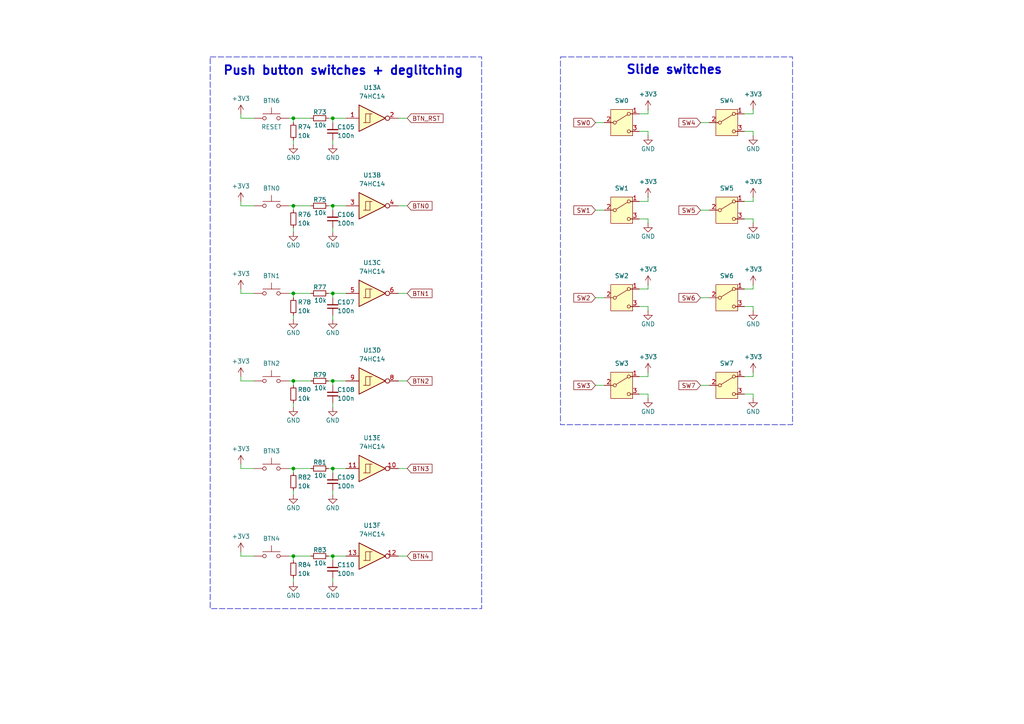
<source format=kicad_sch>
(kicad_sch (version 20231120) (generator "eeschema") (generator_version "8.0")
  (paper "A4")
  (title_block (title "CPArti: Artix-7 FPGA Development Board") (date "2024-08-22") (rev "1.0"))
  (lib_symbols
    (symbol "74xx:74HC14" (pin_names (offset 1.016))
      (property "Reference" "U" (at 0 1.27 0))
      (property "Value" "74HC14" (at 0 -1.27 0))
      (symbol "74HC14_1_0"
        (polyline (pts (xy -3.81 3.81) (xy -3.81 -3.81) (xy 3.81 0) (xy -3.81 3.81)) (stroke (width 0.254)) (fill (type background)))
        (pin input line (at -7.62 0 0) (length 3.81) (name "~") (number "1"))
        (pin output inverted (at 7.62 0 180) (length 3.81) (name "~") (number "2"))
      )
      (symbol "74HC14_1_1"
        (polyline (pts (xy -1.905 -1.27) (xy -1.905 1.27) (xy -0.635 1.27)))
        (polyline (pts (xy -2.54 -1.27) (xy -0.635 -1.27) (xy -0.635 1.27) (xy 0 1.27)))
      )
      (symbol "74HC14_2_0"
        (polyline (pts (xy -3.81 3.81) (xy -3.81 -3.81) (xy 3.81 0) (xy -3.81 3.81)) (stroke (width 0.254)) (fill (type background)))
        (pin input line (at -7.62 0 0) (length 3.81) (name "~") (number "3"))
        (pin output inverted (at 7.62 0 180) (length 3.81) (name "~") (number "4"))
      )
      (symbol "74HC14_2_1"
        (polyline (pts (xy -1.905 -1.27) (xy -1.905 1.27) (xy -0.635 1.27)))
        (polyline (pts (xy -2.54 -1.27) (xy -0.635 -1.27) (xy -0.635 1.27) (xy 0 1.27)))
      )
      (symbol "74HC14_3_0"
        (polyline (pts (xy -3.81 3.81) (xy -3.81 -3.81) (xy 3.81 0) (xy -3.81 3.81)) (stroke (width 0.254)) (fill (type background)))
        (pin input line (at -7.62 0 0) (length 3.81) (name "~") (number "5"))
        (pin output inverted (at 7.62 0 180) (length 3.81) (name "~") (number "6"))
      )
      (symbol "74HC14_3_1"
        (polyline (pts (xy -1.905 -1.27) (xy -1.905 1.27) (xy -0.635 1.27)))
        (polyline (pts (xy -2.54 -1.27) (xy -0.635 -1.27) (xy -0.635 1.27) (xy 0 1.27)))
      )
      (symbol "74HC14_4_0"
        (polyline (pts (xy -3.81 3.81) (xy -3.81 -3.81) (xy 3.81 0) (xy -3.81 3.81)) (stroke (width 0.254)) (fill (type background)))
        (pin output inverted (at 7.62 0 180) (length 3.81) (name "~") (number "8"))
        (pin input line (at -7.62 0 0) (length 3.81) (name "~") (number "9"))
      )
      (symbol "74HC14_4_1"
        (polyline (pts (xy -1.905 -1.27) (xy -1.905 1.27) (xy -0.635 1.27)))
        (polyline (pts (xy -2.54 -1.27) (xy -0.635 -1.27) (xy -0.635 1.27) (xy 0 1.27)))
      )
      (symbol "74HC14_5_0"
        (polyline (pts (xy -3.81 3.81) (xy -3.81 -3.81) (xy 3.81 0) (xy -3.81 3.81)) (stroke (width 0.254)) (fill (type background)))
        (pin output inverted (at 7.62 0 180) (length 3.81) (name "~") (number "10"))
        (pin input line (at -7.62 0 0) (length 3.81) (name "~") (number "11"))
      )
      (symbol "74HC14_5_1"
        (polyline (pts (xy -1.905 -1.27) (xy -1.905 1.27) (xy -0.635 1.27)))
        (polyline (pts (xy -2.54 -1.27) (xy -0.635 -1.27) (xy -0.635 1.27) (xy 0 1.27)))
      )
      (symbol "74HC14_6_0"
        (polyline (pts (xy -3.81 3.81) (xy -3.81 -3.81) (xy 3.81 0) (xy -3.81 3.81)) (stroke (width 0.254)) (fill (type background)))
        (pin output inverted (at 7.62 0 180) (length 3.81) (name "~") (number "12"))
        (pin input line (at -7.62 0 0) (length 3.81) (name "~") (number "13"))
      )
      (symbol "74HC14_6_1"
        (polyline (pts (xy -1.905 -1.27) (xy -1.905 1.27) (xy -0.635 1.27)))
        (polyline (pts (xy -2.54 -1.27) (xy -0.635 -1.27) (xy -0.635 1.27) (xy 0 1.27)))
      )
      (symbol "74HC14_7_0"
        (pin power_in line (at 0 12.7 270) (length 5.08) (name "VCC") (number "14"))
        (pin power_in line (at 0 -12.7 90) (length 5.08) (name "GND") (number "7"))
      )
      (symbol "74HC14_7_1"
        (rectangle (start -5.08 7.62) (end 5.08 -7.62) (stroke (width 0.254)) (fill (type background)))
      )
    )
    (symbol "Device:C_Small" (pin_numbers hide) (pin_names (offset 0.254) hide)
      (property "Reference" "C" (at 0.254 1.778 0))
      (property "Value" "C_Small" (at 0.254 -2.032 0))
      (symbol "C_Small_0_1"
        (polyline (pts (xy -1.524 -0.508) (xy 1.524 -0.508)) (stroke (width 0.3302)))
        (polyline (pts (xy -1.524 0.508) (xy 1.524 0.508)) (stroke (width 0.3048)))
      )
      (symbol "C_Small_1_1"
        (pin passive line (at 0 2.54 270) (length 2.032) (name "~") (number "1"))
        (pin passive line (at 0 -2.54 90) (length 2.032) (name "~") (number "2"))
      )
    )
    (symbol "Device:R_Small" (pin_numbers hide) (pin_names (offset 0.254) hide)
      (property "Reference" "R" (at 0.762 0.508 0))
      (property "Value" "R_Small" (at 0.762 -1.016 0))
      (symbol "R_Small_0_1"
        (rectangle (start -0.762 1.778) (end 0.762 -1.778) (stroke (width 0.2032)))
      )
      (symbol "R_Small_1_1"
        (pin passive line (at 0 2.54 270) (length 0.762) (name "~") (number "1"))
        (pin passive line (at 0 -2.54 90) (length 0.762) (name "~") (number "2"))
      )
    )
    (symbol "Switch:SW_Push" (pin_numbers hide) (pin_names (offset 1.016) hide)
      (property "Reference" "SW" (at 1.27 2.54 0))
      (property "Value" "SW_Push" (at 0 -1.524 0))
      (symbol "SW_Push_0_1"
        (circle (center -2.032 0) (radius 0.508))
        (polyline (pts (xy 0 1.27) (xy 0 3.048)))
        (polyline (pts (xy 2.54 1.27) (xy -2.54 1.27)))
        (circle (center 2.032 0) (radius 0.508))
        (pin passive line (at -5.08 0 0) (length 2.54) (name "1") (number "1"))
        (pin passive line (at 5.08 0 180) (length 2.54) (name "2") (number "2"))
      )
    )
    (symbol "Switch:SW_SPDT" (pin_names (offset 0) hide)
      (property "Reference" "SW" (at 0 5.08 0))
      (property "Value" "SW_SPDT" (at 0 -5.08 0))
      (symbol "SW_SPDT_0_1"
        (circle (center -2.032 0) (radius 0.4572))
        (polyline (pts (xy -1.651 0.254) (xy 1.651 2.286)))
        (circle (center 2.032 -2.54) (radius 0.4572))
        (circle (center 2.032 2.54) (radius 0.4572))
      )
      (symbol "SW_SPDT_1_1"
        (rectangle (start -3.175 3.81) (end 3.175 -3.81) (fill (type background)))
        (pin passive line (at 5.08 2.54 180) (length 2.54) (name "A") (number "1"))
        (pin passive line (at -5.08 0 0) (length 2.54) (name "B") (number "2"))
        (pin passive line (at 5.08 -2.54 180) (length 2.54) (name "C") (number "3"))
      )
    )
    (symbol "power:+3V3" (power) (pin_numbers hide) (pin_names (offset 0) hide)
      (property "Value" "+3V3" (at 0 3.556 0))
      (symbol "+3V3_0_1"
        (polyline (pts (xy -0.762 1.27) (xy 0 2.54)))
        (polyline (pts (xy 0 0) (xy 0 2.54)))
        (polyline (pts (xy 0 2.54) (xy 0.762 1.27)))
      )
      (symbol "+3V3_1_1"
        (pin power_in line (at 0 0 90) (length 0) (name "~") (number "1"))
      )
    )
    (symbol "power:GND" (power) (pin_numbers hide) (pin_names (offset 0) hide)
      (property "Value" "GND" (at 0 -3.81 0))
      (symbol "GND_0_1"
        (polyline (pts (xy 0 0) (xy 0 -1.27) (xy 1.27 -1.27) (xy 0 -2.54) (xy -1.27 -1.27) (xy 0 -1.27)))
      )
      (symbol "GND_1_1"
        (pin power_in line (at 0 0 270) (length 0) (name "~") (number "1"))
      )
    )
  )
  (junction (at 96.52 110.49))
  (junction (at 85.09 110.49))
  (junction (at 85.09 161.29))
  (junction (at 96.52 34.29))
  (junction (at 96.52 59.69))
  (junction (at 85.09 85.09))
  (junction (at 96.52 135.89))
  (junction (at 96.52 161.29))
  (junction (at 96.52 85.09))
  (junction (at 85.09 135.89))
  (junction (at 85.09 59.69))
  (junction (at 85.09 34.29))
  (wire (pts (xy 96.52 111.76) (xy 96.52 110.49)))
  (wire (pts (xy 215.9 88.9) (xy 218.44 88.9)))
  (wire (pts (xy 83.82 34.29) (xy 85.09 34.29)))
  (wire (pts (xy 95.25 135.89) (xy 96.52 135.89)))
  (wire (pts (xy 69.85 58.42) (xy 69.85 59.69)))
  (wire (pts (xy 172.72 86.36) (xy 175.26 86.36)))
  (wire (pts (xy 215.9 114.3) (xy 218.44 114.3)))
  (wire (pts (xy 187.96 58.42) (xy 185.42 58.42)))
  (wire (pts (xy 69.85 161.29) (xy 73.66 161.29)))
  (wire (pts (xy 203.2 86.36) (xy 205.74 86.36)))
  (wire (pts (xy 218.44 63.5) (xy 218.44 64.77)))
  (wire (pts (xy 187.96 38.1) (xy 187.96 39.37)))
  (wire (pts (xy 96.52 91.44) (xy 96.52 92.71)))
  (wire (pts (xy 185.42 114.3) (xy 187.96 114.3)))
  (wire (pts (xy 115.57 59.69) (xy 118.11 59.69)))
  (wire (pts (xy 203.2 35.56) (xy 205.74 35.56)))
  (wire (pts (xy 187.96 83.82) (xy 185.42 83.82)))
  (wire (pts (xy 115.57 161.29) (xy 118.11 161.29)))
  (wire (pts (xy 85.09 110.49) (xy 90.17 110.49)))
  (wire (pts (xy 187.96 107.95) (xy 187.96 109.22)))
  (wire (pts (xy 96.52 162.56) (xy 96.52 161.29)))
  (wire (pts (xy 96.52 161.29) (xy 100.33 161.29)))
  (wire (pts (xy 69.85 83.82) (xy 69.85 85.09)))
  (wire (pts (xy 85.09 167.64) (xy 85.09 168.91)))
  (wire (pts (xy 69.85 134.62) (xy 69.85 135.89)))
  (wire (pts (xy 96.52 35.56) (xy 96.52 34.29)))
  (wire (pts (xy 85.09 161.29) (xy 90.17 161.29)))
  (wire (pts (xy 85.09 34.29) (xy 90.17 34.29)))
  (wire (pts (xy 115.57 85.09) (xy 118.11 85.09)))
  (wire (pts (xy 69.85 135.89) (xy 73.66 135.89)))
  (wire (pts (xy 187.96 114.3) (xy 187.96 115.57)))
  (wire (pts (xy 83.82 85.09) (xy 85.09 85.09)))
  (wire (pts (xy 218.44 38.1) (xy 218.44 39.37)))
  (wire (pts (xy 96.52 60.96) (xy 96.52 59.69)))
  (wire (pts (xy 187.96 88.9) (xy 187.96 90.17)))
  (wire (pts (xy 218.44 88.9) (xy 218.44 90.17)))
  (wire (pts (xy 96.52 34.29) (xy 100.33 34.29)))
  (wire (pts (xy 95.25 59.69) (xy 96.52 59.69)))
  (wire (pts (xy 215.9 63.5) (xy 218.44 63.5)))
  (wire (pts (xy 218.44 31.75) (xy 218.44 33.02)))
  (wire (pts (xy 96.52 116.84) (xy 96.52 118.11)))
  (wire (pts (xy 187.96 63.5) (xy 187.96 64.77)))
  (wire (pts (xy 187.96 57.15) (xy 187.96 58.42)))
  (wire (pts (xy 85.09 40.64) (xy 85.09 41.91)))
  (wire (pts (xy 85.09 66.04) (xy 85.09 67.31)))
  (wire (pts (xy 96.52 167.64) (xy 96.52 168.91)))
  (wire (pts (xy 218.44 58.42) (xy 215.9 58.42)))
  (wire (pts (xy 85.09 59.69) (xy 90.17 59.69)))
  (wire (pts (xy 96.52 86.36) (xy 96.52 85.09)))
  (wire (pts (xy 187.96 109.22) (xy 185.42 109.22)))
  (wire (pts (xy 83.82 59.69) (xy 85.09 59.69)))
  (wire (pts (xy 96.52 142.24) (xy 96.52 143.51)))
  (wire (pts (xy 218.44 109.22) (xy 215.9 109.22)))
  (wire (pts (xy 85.09 34.29) (xy 85.09 35.56)))
  (wire (pts (xy 95.25 34.29) (xy 96.52 34.29)))
  (wire (pts (xy 95.25 85.09) (xy 96.52 85.09)))
  (wire (pts (xy 85.09 135.89) (xy 85.09 137.16)))
  (wire (pts (xy 69.85 110.49) (xy 73.66 110.49)))
  (wire (pts (xy 96.52 66.04) (xy 96.52 67.31)))
  (wire (pts (xy 83.82 161.29) (xy 85.09 161.29)))
  (wire (pts (xy 85.09 85.09) (xy 85.09 86.36)))
  (wire (pts (xy 96.52 135.89) (xy 100.33 135.89)))
  (wire (pts (xy 96.52 137.16) (xy 96.52 135.89)))
  (wire (pts (xy 95.25 110.49) (xy 96.52 110.49)))
  (wire (pts (xy 85.09 142.24) (xy 85.09 143.51)))
  (wire (pts (xy 85.09 161.29) (xy 85.09 162.56)))
  (wire (pts (xy 218.44 57.15) (xy 218.44 58.42)))
  (wire (pts (xy 185.42 63.5) (xy 187.96 63.5)))
  (wire (pts (xy 83.82 110.49) (xy 85.09 110.49)))
  (wire (pts (xy 187.96 33.02) (xy 185.42 33.02)))
  (wire (pts (xy 203.2 60.96) (xy 205.74 60.96)))
  (wire (pts (xy 215.9 38.1) (xy 218.44 38.1)))
  (wire (pts (xy 203.2 111.76) (xy 205.74 111.76)))
  (wire (pts (xy 85.09 85.09) (xy 90.17 85.09)))
  (wire (pts (xy 172.72 60.96) (xy 175.26 60.96)))
  (wire (pts (xy 69.85 85.09) (xy 73.66 85.09)))
  (wire (pts (xy 187.96 82.55) (xy 187.96 83.82)))
  (wire (pts (xy 115.57 34.29) (xy 118.11 34.29)))
  (wire (pts (xy 69.85 160.02) (xy 69.85 161.29)))
  (wire (pts (xy 85.09 116.84) (xy 85.09 118.11)))
  (wire (pts (xy 85.09 91.44) (xy 85.09 92.71)))
  (wire (pts (xy 69.85 33.02) (xy 69.85 34.29)))
  (wire (pts (xy 69.85 34.29) (xy 73.66 34.29)))
  (wire (pts (xy 115.57 110.49) (xy 118.11 110.49)))
  (wire (pts (xy 172.72 35.56) (xy 175.26 35.56)))
  (wire (pts (xy 83.82 135.89) (xy 85.09 135.89)))
  (wire (pts (xy 172.72 111.76) (xy 175.26 111.76)))
  (wire (pts (xy 69.85 59.69) (xy 73.66 59.69)))
  (wire (pts (xy 185.42 38.1) (xy 187.96 38.1)))
  (wire (pts (xy 95.25 161.29) (xy 96.52 161.29)))
  (wire (pts (xy 96.52 59.69) (xy 100.33 59.69)))
  (wire (pts (xy 218.44 107.95) (xy 218.44 109.22)))
  (wire (pts (xy 96.52 40.64) (xy 96.52 41.91)))
  (wire (pts (xy 85.09 59.69) (xy 85.09 60.96)))
  (wire (pts (xy 96.52 85.09) (xy 100.33 85.09)))
  (wire (pts (xy 85.09 135.89) (xy 90.17 135.89)))
  (wire (pts (xy 115.57 135.89) (xy 118.11 135.89)))
  (wire (pts (xy 218.44 83.82) (xy 215.9 83.82)))
  (wire (pts (xy 96.52 110.49) (xy 100.33 110.49)))
  (wire (pts (xy 185.42 88.9) (xy 187.96 88.9)))
  (wire (pts (xy 187.96 31.75) (xy 187.96 33.02)))
  (wire (pts (xy 85.09 110.49) (xy 85.09 111.76)))
  (wire (pts (xy 218.44 114.3) (xy 218.44 115.57)))
  (wire (pts (xy 69.85 109.22) (xy 69.85 110.49)))
  (wire (pts (xy 218.44 33.02) (xy 215.9 33.02)))
  (wire (pts (xy 218.44 82.55) (xy 218.44 83.82)))
  (rectangle (start 162.56 16.51) (end 229.87 123.19) (stroke (width 0) (type dash)))
  (rectangle (start 60.96 16.51) (end 139.7 176.53) (stroke (width 0) (type dash)))
  (text "Push button switches + deglitching" (at 99.568 20.574 0) (effects (font (size 2.54 2.54) (thickness 0.508) (bold yes))))
  (text "Slide switches" (at 195.58 20.32 0) (effects (font (size 2.54 2.54) (thickness 0.508) (bold yes))))
  (global_label "BTN_RST" (shape input) (at 118.11 34.29 0) (property "Intersheetrefs" "${INTERSHEET_REFS}" (effects (hide yes))))
  (global_label "BTN1" (shape input) (at 118.11 85.09 0) (property "Intersheetrefs" "${INTERSHEET_REFS}" (effects (hide yes))))
  (global_label "SW6" (shape input) (at 203.2 86.36 180) (property "Intersheetrefs" "${INTERSHEET_REFS}" (effects (hide yes))))
  (global_label "SW3" (shape input) (at 172.72 111.76 180) (property "Intersheetrefs" "${INTERSHEET_REFS}" (effects (hide yes))))
  (global_label "SW0" (shape input) (at 172.72 35.56 180) (property "Intersheetrefs" "${INTERSHEET_REFS}" (effects (hide yes))))
  (global_label "BTN3" (shape input) (at 118.11 135.89 0) (property "Intersheetrefs" "${INTERSHEET_REFS}" (effects (hide yes))))
  (global_label "SW5" (shape input) (at 203.2 60.96 180) (property "Intersheetrefs" "${INTERSHEET_REFS}" (effects (hide yes))))
  (global_label "SW2" (shape input) (at 172.72 86.36 180) (property "Intersheetrefs" "${INTERSHEET_REFS}" (effects (hide yes))))
  (global_label "BTN0" (shape input) (at 118.11 59.69 0) (property "Intersheetrefs" "${INTERSHEET_REFS}" (effects (hide yes))))
  (global_label "BTN4" (shape input) (at 118.11 161.29 0) (property "Intersheetrefs" "${INTERSHEET_REFS}" (effects (hide yes))))
  (global_label "SW7" (shape input) (at 203.2 111.76 180) (property "Intersheetrefs" "${INTERSHEET_REFS}" (effects (hide yes))))
  (global_label "BTN2" (shape input) (at 118.11 110.49 0) (property "Intersheetrefs" "${INTERSHEET_REFS}" (effects (hide yes))))
  (global_label "SW4" (shape input) (at 203.2 35.56 180) (property "Intersheetrefs" "${INTERSHEET_REFS}" (effects (hide yes))))
  (global_label "SW1" (shape input) (at 172.72 60.96 180) (property "Intersheetrefs" "${INTERSHEET_REFS}" (effects (hide yes))))
  (symbol (lib_id "power:+3V3") (at 69.85 58.42 0) (unit 1)
    (property "Reference" "#PWR0262" (effects (hide yes)))
    (property "Value" "+3V3" (at 69.85 53.975 0))
  )
  (symbol (lib_id "power:+3V3") (at 69.85 109.22 0) (unit 1)
    (property "Reference" "#PWR0226" (effects (hide yes)))
    (property "Value" "+3V3" (at 69.85 104.775 0))
  )
  (symbol (lib_id "Device:R_Small") (at 85.09 114.3 0) (unit 1)
    (property "Reference" "R80" (at 86.36 113.03 0) (effects (justify left)))
    (property "Value" "10k" (at 86.36 115.57 0) (effects (justify left)))
    (property "Footprint" "Resistor_SMD:R_0402_1005Metric" (effects (hide yes)))
    (property "Description" "Resistor, small symbol" (effects (hide yes)))
    (property "LCSC" "C25744" (effects (hide yes)))
  )
  (symbol (lib_id "74xx:74HC14") (at 107.95 34.29 0) (unit 1)
    (property "Reference" "U13" (at 107.95 25.4 0))
    (property "Value" "74HC14" (at 107.95 27.94 0))
    (property "Footprint" "Package_SO:SO-14_3.9x8.65mm_P1.27mm" (effects (hide yes)))
    (property "Datasheet" "http://www.ti.com/lit/gpn/sn74HC14" (effects (hide yes)))
    (property "Description" "Hex inverter schmitt trigger" (effects (hide yes)))
    (property "LCSC" "C5605" (effects (hide yes)))
  )
  (symbol (lib_id "power:GND") (at 218.44 90.17 0) (unit 1)
    (property "Reference" "#PWR0294" (effects (hide yes)))
    (property "Value" "GND" (at 218.44 93.98 0))
  )
  (symbol (lib_id "power:GND") (at 96.52 67.31 0) (unit 1)
    (property "Reference" "#PWR0264" (effects (hide yes)))
    (property "Value" "GND" (at 96.52 71.12 0))
  )
  (symbol (lib_id "Switch:SW_SPDT") (at 210.82 35.56 0) (unit 1)
    (property "Reference" "SW4" (at 210.82 29.21 0))
    (property "Value" "SW_SPDT" (effects (hide yes)))
    (property "Footprint" "Button_Switch_SMD:SW_SPDT_PCM12" (effects (hide yes)))
    (property "Description" "Switch, single pole double throw" (effects (hide yes)))
    (property "LCSC" "C2681566" (effects (hide yes)))
  )
  (symbol (lib_id "74xx:74HC14") (at 107.95 85.09 0) (unit 3)
    (property "Reference" "U13" (at 107.95 76.2 0))
    (property "Value" "74HC14" (at 107.95 78.74 0))
    (property "Footprint" "Package_SO:SO-14_3.9x8.65mm_P1.27mm" (effects (hide yes)))
    (property "Datasheet" "http://www.ti.com/lit/gpn/sn74HC14" (effects (hide yes)))
    (property "Description" "Hex inverter schmitt trigger" (effects (hide yes)))
    (property "LCSC" "C5605" (effects (hide yes)))
  )
  (symbol (lib_id "power:+3V3") (at 69.85 33.02 0) (unit 1)
    (property "Reference" "#PWR0257" (effects (hide yes)))
    (property "Value" "+3V3" (at 69.85 28.575 0))
  )
  (symbol (lib_id "Device:C_Small") (at 96.52 139.7 180) (unit 1)
    (property "Reference" "C109" (at 100.33 138.43 0))
    (property "Value" "100n" (at 100.33 140.97 0))
    (property "Footprint" "Capacitor_SMD:C_0402_1005Metric" (effects (hide yes)))
    (property "Description" "Unpolarized capacitor, small symbol" (effects (hide yes)))
    (property "LCSC" "C1525" (effects (hide yes)))
  )
  (symbol (lib_id "Device:C_Small") (at 96.52 38.1 180) (unit 1)
    (property "Reference" "C105" (at 100.33 36.83 0))
    (property "Value" "100n" (at 100.33 39.37 0))
    (property "Footprint" "Capacitor_SMD:C_0402_1005Metric" (effects (hide yes)))
    (property "Description" "Unpolarized capacitor, small symbol" (effects (hide yes)))
    (property "LCSC" "C1525" (effects (hide yes)))
  )
  (symbol (lib_id "power:GND") (at 96.52 168.91 0) (unit 1)
    (property "Reference" "#PWR0268" (effects (hide yes)))
    (property "Value" "GND" (at 96.52 172.72 0))
  )
  (symbol (lib_id "power:+3V3") (at 218.44 31.75 0) (unit 1)
    (property "Reference" "#PWR0274" (effects (hide yes)))
    (property "Value" "+3V3" (at 218.44 27.305 0))
  )
  (symbol (lib_id "Device:R_Small") (at 92.71 59.69 90) (unit 1)
    (property "Reference" "R75" (at 94.742 57.912 90) (effects (justify left)))
    (property "Value" "10k" (at 94.742 61.722 90) (effects (justify left)))
    (property "Footprint" "Resistor_SMD:R_0402_1005Metric" (effects (hide yes)))
    (property "Description" "Resistor, small symbol" (effects (hide yes)))
    (property "LCSC" "C25744" (effects (hide yes)))
  )
  (symbol (lib_id "Switch:SW_SPDT") (at 210.82 86.36 0) (unit 1)
    (property "Reference" "SW6" (at 210.82 80.01 0))
    (property "Value" "SW_SPDT" (effects (hide yes)))
    (property "Footprint" "Button_Switch_SMD:SW_SPDT_PCM12" (effects (hide yes)))
    (property "Description" "Switch, single pole double throw" (effects (hide yes)))
    (property "LCSC" "C2681566" (effects (hide yes)))
  )
  (symbol (lib_id "Device:R_Small") (at 92.71 85.09 90) (unit 1)
    (property "Reference" "R77" (at 94.742 83.312 90) (effects (justify left)))
    (property "Value" "10k" (at 94.742 87.122 90) (effects (justify left)))
    (property "Footprint" "Resistor_SMD:R_0402_1005Metric" (effects (hide yes)))
    (property "Description" "Resistor, small symbol" (effects (hide yes)))
    (property "LCSC" "C25744" (effects (hide yes)))
  )
  (symbol (lib_id "power:GND") (at 85.09 118.11 0) (unit 1)
    (property "Reference" "#PWR0227" (effects (hide yes)))
    (property "Value" "GND" (at 85.09 121.92 0))
  )
  (symbol (lib_id "Device:R_Small") (at 85.09 38.1 0) (unit 1)
    (property "Reference" "R74" (at 86.36 36.83 0) (effects (justify left)))
    (property "Value" "10k" (at 86.36 39.37 0) (effects (justify left)))
    (property "Footprint" "Resistor_SMD:R_0402_1005Metric" (effects (hide yes)))
    (property "Description" "Resistor, small symbol" (effects (hide yes)))
    (property "LCSC" "C25744" (effects (hide yes)))
  )
  (symbol (lib_id "Device:R_Small") (at 85.09 165.1 0) (unit 1)
    (property "Reference" "R84" (at 86.36 163.83 0) (effects (justify left)))
    (property "Value" "10k" (at 86.36 166.37 0) (effects (justify left)))
    (property "Footprint" "Resistor_SMD:R_0402_1005Metric" (effects (hide yes)))
    (property "Description" "Resistor, small symbol" (effects (hide yes)))
    (property "LCSC" "C25744" (effects (hide yes)))
  )
  (symbol (lib_id "power:GND") (at 187.96 115.57 0) (unit 1)
    (property "Reference" "#PWR0273" (effects (hide yes)))
    (property "Value" "GND" (at 187.96 119.38 0))
  )
  (symbol (lib_id "Device:R_Small") (at 92.71 34.29 90) (unit 1)
    (property "Reference" "R73" (at 94.742 32.512 90) (effects (justify left)))
    (property "Value" "10k" (at 94.742 36.322 90) (effects (justify left)))
    (property "Footprint" "Resistor_SMD:R_0402_1005Metric" (effects (hide yes)))
    (property "Description" "Resistor, small symbol" (effects (hide yes)))
    (property "LCSC" "C25744" (effects (hide yes)))
  )
  (symbol (lib_id "power:GND") (at 96.52 92.71 0) (unit 1)
    (property "Reference" "#PWR0225" (effects (hide yes)))
    (property "Value" "GND" (at 96.52 96.52 0))
  )
  (symbol (lib_id "power:+3V3") (at 187.96 31.75 0) (unit 1)
    (property "Reference" "#PWR0270" (effects (hide yes)))
    (property "Value" "+3V3" (at 187.96 27.305 0))
  )
  (symbol (lib_id "Device:C_Small") (at 96.52 88.9 180) (unit 1)
    (property "Reference" "C107" (at 100.33 87.63 0))
    (property "Value" "100n" (at 100.33 90.17 0))
    (property "Footprint" "Capacitor_SMD:C_0402_1005Metric" (effects (hide yes)))
    (property "Description" "Unpolarized capacitor, small symbol" (effects (hide yes)))
    (property "LCSC" "C1525" (effects (hide yes)))
  )
  (symbol (lib_id "power:GND") (at 85.09 168.91 0) (unit 1)
    (property "Reference" "#PWR0267" (effects (hide yes)))
    (property "Value" "GND" (at 85.09 172.72 0))
  )
  (symbol (lib_id "74xx:74HC14") (at 107.95 135.89 0) (unit 5)
    (property "Reference" "U13" (at 107.95 127 0))
    (property "Value" "74HC14" (at 107.95 129.54 0))
    (property "Footprint" "Package_SO:SO-14_3.9x8.65mm_P1.27mm" (effects (hide yes)))
    (property "Datasheet" "http://www.ti.com/lit/gpn/sn74HC14" (effects (hide yes)))
    (property "Description" "Hex inverter schmitt trigger" (effects (hide yes)))
    (property "LCSC" "C5605" (effects (hide yes)))
  )
  (symbol (lib_id "power:+3V3") (at 187.96 107.95 0) (unit 1)
    (property "Reference" "#PWR0272" (effects (hide yes)))
    (property "Value" "+3V3" (at 187.96 103.505 0))
  )
  (symbol (lib_id "power:GND") (at 218.44 115.57 0) (unit 1)
    (property "Reference" "#PWR0296" (effects (hide yes)))
    (property "Value" "GND" (at 218.44 119.38 0))
  )
  (symbol (lib_id "Switch:SW_SPDT") (at 180.34 111.76 0) (unit 1)
    (property "Reference" "SW3" (at 180.34 105.41 0))
    (property "Value" "SW_SPDT" (effects (hide yes)))
    (property "Footprint" "Button_Switch_SMD:SW_SPDT_PCM12" (effects (hide yes)))
    (property "Description" "Switch, single pole double throw" (effects (hide yes)))
    (property "LCSC" "C2681566" (effects (hide yes)))
  )
  (symbol (lib_id "power:+3V3") (at 187.96 57.15 0) (unit 1)
    (property "Reference" "#PWR053" (effects (hide yes)))
    (property "Value" "+3V3" (at 187.96 52.705 0))
  )
  (symbol (lib_id "power:+3V3") (at 218.44 57.15 0) (unit 1)
    (property "Reference" "#PWR0276" (effects (hide yes)))
    (property "Value" "+3V3" (at 218.44 52.705 0))
  )
  (symbol (lib_id "Switch:SW_Push") (at 78.74 110.49 0) (unit 1)
    (property "Reference" "BTN2" (at 78.74 105.41 0))
    (property "Value" "SW_Push" (effects (hide yes)))
    (property "Footprint" "AAWO_lib:SW_Push_TSC015A035_4.5x4.5mm_H4.5mm" (effects (hide yes)))
    (property "Description" "Push button switch, generic, two pins" (effects (hide yes)))
    (property "LCSC" "C2888900" (effects (hide yes)))
  )
  (symbol (lib_id "power:+3V3") (at 187.96 82.55 0) (unit 1)
    (property "Reference" "#PWR0194" (effects (hide yes)))
    (property "Value" "+3V3" (at 187.96 78.105 0))
  )
  (symbol (lib_id "Switch:SW_Push") (at 78.74 161.29 0) (unit 1)
    (property "Reference" "BTN4" (at 78.74 156.21 0))
    (property "Value" "SW_Push" (effects (hide yes)))
    (property "Footprint" "AAWO_lib:SW_Push_TSC015A035_4.5x4.5mm_H4.5mm" (effects (hide yes)))
    (property "Description" "Push button switch, generic, two pins" (effects (hide yes)))
    (property "LCSC" "C2888900" (effects (hide yes)))
  )
  (symbol (lib_id "Device:R_Small") (at 85.09 63.5 0) (unit 1)
    (property "Reference" "R76" (at 86.36 62.23 0) (effects (justify left)))
    (property "Value" "10k" (at 86.36 64.77 0) (effects (justify left)))
    (property "Footprint" "Resistor_SMD:R_0402_1005Metric" (effects (hide yes)))
    (property "Description" "Resistor, small symbol" (effects (hide yes)))
    (property "LCSC" "C25744" (effects (hide yes)))
  )
  (symbol (lib_id "74xx:74HC14") (at 107.95 161.29 0) (unit 6)
    (property "Reference" "U13" (at 107.95 152.4 0))
    (property "Value" "74HC14" (at 107.95 154.94 0))
    (property "Footprint" "Package_SO:SO-14_3.9x8.65mm_P1.27mm" (effects (hide yes)))
    (property "Datasheet" "http://www.ti.com/lit/gpn/sn74HC14" (effects (hide yes)))
    (property "Description" "Hex inverter schmitt trigger" (effects (hide yes)))
    (property "LCSC" "C5605" (effects (hide yes)))
  )
  (symbol (lib_id "Switch:SW_SPDT") (at 210.82 111.76 0) (unit 1)
    (property "Reference" "SW7" (at 210.82 105.41 0))
    (property "Value" "SW_SPDT" (effects (hide yes)))
    (property "Footprint" "Button_Switch_SMD:SW_SPDT_PCM12" (effects (hide yes)))
    (property "Description" "Switch, single pole double throw" (effects (hide yes)))
    (property "LCSC" "C2681566" (effects (hide yes)))
  )
  (symbol (lib_id "power:+3V3") (at 69.85 160.02 0) (unit 1)
    (property "Reference" "#PWR0266" (effects (hide yes)))
    (property "Value" "+3V3" (at 69.85 155.575 0))
  )
  (symbol (lib_id "power:GND") (at 85.09 143.51 0) (unit 1)
    (property "Reference" "#PWR0230" (effects (hide yes)))
    (property "Value" "GND" (at 85.09 147.32 0))
  )
  (symbol (lib_id "Switch:SW_Push") (at 78.74 34.29 0) (unit 1)
    (property "Reference" "BTN6" (at 78.74 29.21 0))
    (property "Value" "RESET" (at 78.74 36.83 0))
    (property "Footprint" "AAWO_lib:SW_Push_TSC015A035_4.5x4.5mm_H4.5mm" (effects (hide yes)))
    (property "Description" "Push button switch, generic, two pins" (effects (hide yes)))
    (property "LCSC" "C2888900" (effects (hide yes)))
  )
  (symbol (lib_id "Device:C_Small") (at 96.52 63.5 180) (unit 1)
    (property "Reference" "C106" (at 100.33 62.23 0))
    (property "Value" "100n" (at 100.33 64.77 0))
    (property "Footprint" "Capacitor_SMD:C_0402_1005Metric" (effects (hide yes)))
    (property "Description" "Unpolarized capacitor, small symbol" (effects (hide yes)))
    (property "LCSC" "C1525" (effects (hide yes)))
  )
  (symbol (lib_id "Switch:SW_Push") (at 78.74 135.89 0) (unit 1)
    (property "Reference" "BTN3" (at 78.74 130.81 0))
    (property "Value" "SW_Push" (effects (hide yes)))
    (property "Footprint" "AAWO_lib:SW_Push_TSC015A035_4.5x4.5mm_H4.5mm" (effects (hide yes)))
    (property "Description" "Push button switch, generic, two pins" (effects (hide yes)))
    (property "LCSC" "C2888900" (effects (hide yes)))
  )
  (symbol (lib_id "power:GND") (at 96.52 143.51 0) (unit 1)
    (property "Reference" "#PWR0265" (effects (hide yes)))
    (property "Value" "GND" (at 96.52 147.32 0))
  )
  (symbol (lib_id "Device:R_Small") (at 85.09 88.9 0) (unit 1)
    (property "Reference" "R78" (at 86.36 87.63 0) (effects (justify left)))
    (property "Value" "10k" (at 86.36 90.17 0) (effects (justify left)))
    (property "Footprint" "Resistor_SMD:R_0402_1005Metric" (effects (hide yes)))
    (property "Description" "Resistor, small symbol" (effects (hide yes)))
    (property "LCSC" "C25744" (effects (hide yes)))
  )
  (symbol (lib_id "Switch:SW_SPDT") (at 180.34 86.36 0) (unit 1)
    (property "Reference" "SW2" (at 180.34 80.01 0))
    (property "Value" "SW_SPDT" (effects (hide yes)))
    (property "Footprint" "Button_Switch_SMD:SW_SPDT_PCM12" (effects (hide yes)))
    (property "Description" "Switch, single pole double throw" (effects (hide yes)))
    (property "LCSC" "C2681566" (effects (hide yes)))
  )
  (symbol (lib_id "Switch:SW_Push") (at 78.74 85.09 0) (unit 1)
    (property "Reference" "BTN1" (at 78.74 80.01 0))
    (property "Value" "SW_Push" (effects (hide yes)))
    (property "Footprint" "AAWO_lib:SW_Push_TSC015A035_4.5x4.5mm_H4.5mm" (effects (hide yes)))
    (property "Description" "Push button switch, generic, two pins" (effects (hide yes)))
    (property "LCSC" "C2888900" (effects (hide yes)))
  )
  (symbol (lib_id "power:+3V3") (at 69.85 134.62 0) (unit 1)
    (property "Reference" "#PWR0229" (effects (hide yes)))
    (property "Value" "+3V3" (at 69.85 130.175 0))
  )
  (symbol (lib_id "power:+3V3") (at 218.44 82.55 0) (unit 1)
    (property "Reference" "#PWR0293" (effects (hide yes)))
    (property "Value" "+3V3" (at 218.44 78.105 0))
  )
  (symbol (lib_id "Switch:SW_SPDT") (at 210.82 60.96 0) (unit 1)
    (property "Reference" "SW5" (at 210.82 54.61 0))
    (property "Value" "SW_SPDT" (effects (hide yes)))
    (property "Footprint" "Button_Switch_SMD:SW_SPDT_PCM12" (effects (hide yes)))
    (property "Description" "Switch, single pole double throw" (effects (hide yes)))
    (property "LCSC" "C2681566" (effects (hide yes)))
  )
  (symbol (lib_id "Switch:SW_SPDT") (at 180.34 60.96 0) (unit 1)
    (property "Reference" "SW1" (at 180.34 54.61 0))
    (property "Value" "SW_SPDT" (effects (hide yes)))
    (property "Footprint" "Button_Switch_SMD:SW_SPDT_PCM12" (effects (hide yes)))
    (property "Description" "Switch, single pole double throw" (effects (hide yes)))
    (property "LCSC" "C2681566" (effects (hide yes)))
  )
  (symbol (lib_id "74xx:74HC14") (at 107.95 110.49 0) (unit 4)
    (property "Reference" "U13" (at 107.95 101.6 0))
    (property "Value" "74HC14" (at 107.95 104.14 0))
    (property "Footprint" "Package_SO:SO-14_3.9x8.65mm_P1.27mm" (effects (hide yes)))
    (property "Datasheet" "http://www.ti.com/lit/gpn/sn74HC14" (effects (hide yes)))
    (property "Description" "Hex inverter schmitt trigger" (effects (hide yes)))
    (property "LCSC" "C5605" (effects (hide yes)))
  )
  (symbol (lib_id "power:GND") (at 187.96 39.37 0) (unit 1)
    (property "Reference" "#PWR0269" (effects (hide yes)))
    (property "Value" "GND" (at 187.96 43.18 0))
  )
  (symbol (lib_id "Device:R_Small") (at 92.71 161.29 90) (unit 1)
    (property "Reference" "R83" (at 94.742 159.512 90) (effects (justify left)))
    (property "Value" "10k" (at 94.742 163.322 90) (effects (justify left)))
    (property "Footprint" "Resistor_SMD:R_0402_1005Metric" (effects (hide yes)))
    (property "Description" "Resistor, small symbol" (effects (hide yes)))
    (property "LCSC" "C25744" (effects (hide yes)))
  )
  (symbol (lib_id "power:GND") (at 187.96 90.17 0) (unit 1)
    (property "Reference" "#PWR0271" (effects (hide yes)))
    (property "Value" "GND" (at 187.96 93.98 0))
  )
  (symbol (lib_id "power:+3V3") (at 218.44 107.95 0) (unit 1)
    (property "Reference" "#PWR0295" (effects (hide yes)))
    (property "Value" "+3V3" (at 218.44 103.505 0))
  )
  (symbol (lib_id "power:GND") (at 85.09 41.91 0) (unit 1)
    (property "Reference" "#PWR0258" (effects (hide yes)))
    (property "Value" "GND" (at 85.09 45.72 0))
  )
  (symbol (lib_id "74xx:74HC14") (at 107.95 59.69 0) (unit 2)
    (property "Reference" "U13" (at 107.95 50.8 0))
    (property "Value" "74HC14" (at 107.95 53.34 0))
    (property "Footprint" "Package_SO:SO-14_3.9x8.65mm_P1.27mm" (effects (hide yes)))
    (property "Datasheet" "http://www.ti.com/lit/gpn/sn74HC14" (effects (hide yes)))
    (property "Description" "Hex inverter schmitt trigger" (effects (hide yes)))
    (property "LCSC" "C5605" (effects (hide yes)))
  )
  (symbol (lib_id "power:GND") (at 96.52 41.91 0) (unit 1)
    (property "Reference" "#PWR0259" (effects (hide yes)))
    (property "Value" "GND" (at 96.52 45.72 0))
  )
  (symbol (lib_id "Device:C_Small") (at 96.52 114.3 180) (unit 1)
    (property "Reference" "C108" (at 100.33 113.03 0))
    (property "Value" "100n" (at 100.33 115.57 0))
    (property "Footprint" "Capacitor_SMD:C_0402_1005Metric" (effects (hide yes)))
    (property "Description" "Unpolarized capacitor, small symbol" (effects (hide yes)))
    (property "LCSC" "C1525" (effects (hide yes)))
  )
  (symbol (lib_id "Switch:SW_SPDT") (at 180.34 35.56 0) (unit 1)
    (property "Reference" "SW0" (at 180.34 29.21 0))
    (property "Value" "SW_SPDT" (effects (hide yes)))
    (property "Footprint" "Button_Switch_SMD:SW_SPDT_PCM12" (effects (hide yes)))
    (property "Description" "Switch, single pole double throw" (effects (hide yes)))
    (property "LCSC" "C2681566" (effects (hide yes)))
  )
  (symbol (lib_id "Device:C_Small") (at 96.52 165.1 180) (unit 1)
    (property "Reference" "C110" (at 100.33 163.83 0))
    (property "Value" "100n" (at 100.33 166.37 0))
    (property "Footprint" "Capacitor_SMD:C_0402_1005Metric" (effects (hide yes)))
    (property "Description" "Unpolarized capacitor, small symbol" (effects (hide yes)))
    (property "LCSC" "C1525" (effects (hide yes)))
  )
  (symbol (lib_id "power:GND") (at 218.44 39.37 0) (unit 1)
    (property "Reference" "#PWR0275" (effects (hide yes)))
    (property "Value" "GND" (at 218.44 43.18 0))
  )
  (symbol (lib_id "power:GND") (at 85.09 67.31 0) (unit 1)
    (property "Reference" "#PWR0263" (effects (hide yes)))
    (property "Value" "GND" (at 85.09 71.12 0))
  )
  (symbol (lib_id "Device:R_Small") (at 92.71 110.49 90) (unit 1)
    (property "Reference" "R79" (at 94.742 108.712 90) (effects (justify left)))
    (property "Value" "10k" (at 94.742 112.522 90) (effects (justify left)))
    (property "Footprint" "Resistor_SMD:R_0402_1005Metric" (effects (hide yes)))
    (property "Description" "Resistor, small symbol" (effects (hide yes)))
    (property "LCSC" "C25744" (effects (hide yes)))
  )
  (symbol (lib_id "Device:R_Small") (at 92.71 135.89 90) (unit 1)
    (property "Reference" "R81" (at 94.742 134.112 90) (effects (justify left)))
    (property "Value" "10k" (at 94.742 137.922 90) (effects (justify left)))
    (property "Footprint" "Resistor_SMD:R_0402_1005Metric" (effects (hide yes)))
    (property "Description" "Resistor, small symbol" (effects (hide yes)))
    (property "LCSC" "C25744" (effects (hide yes)))
  )
  (symbol (lib_id "power:GND") (at 218.44 64.77 0) (unit 1)
    (property "Reference" "#PWR0292" (effects (hide yes)))
    (property "Value" "GND" (at 218.44 68.58 0))
  )
  (symbol (lib_id "power:GND") (at 85.09 92.71 0) (unit 1)
    (property "Reference" "#PWR0224" (effects (hide yes)))
    (property "Value" "GND" (at 85.09 96.52 0))
  )
  (symbol (lib_id "Device:R_Small") (at 85.09 139.7 0) (unit 1)
    (property "Reference" "R82" (at 86.36 138.43 0) (effects (justify left)))
    (property "Value" "10k" (at 86.36 140.97 0) (effects (justify left)))
    (property "Footprint" "Resistor_SMD:R_0402_1005Metric" (effects (hide yes)))
    (property "Description" "Resistor, small symbol" (effects (hide yes)))
    (property "LCSC" "C25744" (effects (hide yes)))
  )
  (symbol (lib_id "power:GND") (at 96.52 118.11 0) (unit 1)
    (property "Reference" "#PWR0228" (effects (hide yes)))
    (property "Value" "GND" (at 96.52 121.92 0))
  )
  (symbol (lib_id "power:+3V3") (at 69.85 83.82 0) (unit 1)
    (property "Reference" "#PWR0223" (effects (hide yes)))
    (property "Value" "+3V3" (at 69.85 79.375 0))
  )
  (symbol (lib_id "Switch:SW_Push") (at 78.74 59.69 0) (unit 1)
    (property "Reference" "BTN0" (at 78.74 54.61 0))
    (property "Value" "SW_Push" (effects (hide yes)))
    (property "Footprint" "AAWO_lib:SW_Push_TSC015A035_4.5x4.5mm_H4.5mm" (effects (hide yes)))
    (property "Description" "Push button switch, generic, two pins" (effects (hide yes)))
    (property "LCSC" "C2888900" (effects (hide yes)))
  )
  (symbol (lib_id "power:GND") (at 187.96 64.77 0) (unit 1)
    (property "Reference" "#PWR0193" (effects (hide yes)))
    (property "Value" "GND" (at 187.96 68.58 0))
  )
)
</source>
